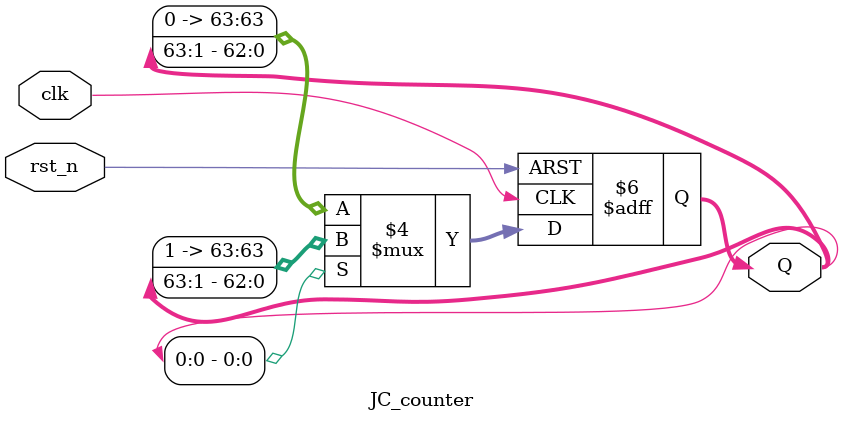
<source format=v>
`timescale 1ns/1ns

module JC_counter(
   input                clk ,
   input                rst_n,
 
   output reg [63:0]     Q  
);
    always@(posedge clk or negedge rst_n)begin
        if(!rst_n) Q <= 'd0;
        else if(Q[0]) Q <= {1'b1, Q[63 : 1]};
        else Q <= {1'b0, Q[63 : 1]};
    end
endmodule

</source>
